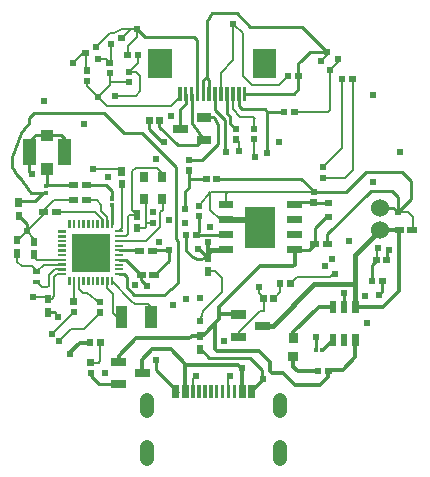
<source format=gbl>
G04 Layer: BottomLayer*
G04 EasyEDA v6.4.31, 2022-02-15 11:42:09*
G04 cf861d6554b0406c859822548a314204,c17a8ced473b4d519dda31697e0e54b6,10*
G04 Gerber Generator version 0.2*
G04 Scale: 100 percent, Rotated: No, Reflected: No *
G04 Dimensions in inches *
G04 leading zeros omitted , absolute positions ,3 integer and 6 decimal *
%FSLAX36Y36*%
%MOIN*%

%ADD10C,0.0083*%
%ADD12C,0.0084*%
%ADD13C,0.0083*%
%ADD15C,0.0103*%
%ADD16C,0.0104*%
%ADD17C,0.0084*%
%ADD19C,0.0083*%
%ADD20C,0.0104*%
%ADD23C,0.0240*%
%ADD24C,0.0240*%
%ADD27R,0.0213X0.0223*%
%ADD31R,0.0213X0.0311*%
%ADD41C,0.0472*%
%ADD42C,0.0084*%
%ADD43C,0.0124*%
%ADD44C,0.0124*%
%ADD45C,0.0144*%
%ADD46C,0.0144*%
%ADD47C,0.0144*%
%ADD48C,0.0164*%
%ADD49C,0.0203*%
%ADD50C,0.0104*%
%ADD51C,0.0103*%
%ADD52C,0.0080*%
%ADD55C,0.0600*%
%ADD56R,0.0315X0.0355*%
%ADD60R,0.0128X0.0145*%
%ADD65R,0.0262X0.0088*%
%ADD67R,0.1309X0.1309*%

%LPD*%
D42*
X14799Y-263499D02*
G01*
X36599Y-263499D01*
X41099Y-271500D01*
X47799Y-278200D01*
D43*
X571799Y-300900D02*
G01*
X571799Y-385000D01*
X578199Y-391399D01*
X718699Y-391399D01*
X755899Y-428600D01*
X755899Y-458600D01*
X762299Y-465000D01*
X797299Y-465000D01*
X837299Y-505000D01*
X922299Y-505000D01*
X949299Y-478000D01*
X949299Y-460000D01*
D44*
X949339Y-460000D02*
G01*
X954339Y-455000D01*
X997299Y-455000D01*
X1039699Y-412600D01*
X1039699Y-355120D01*
D13*
X733499Y-217699D02*
G01*
X733499Y-259499D01*
X720099Y-259499D01*
X650999Y-328600D01*
X650999Y-345599D01*
D45*
X89499Y-403800D02*
G01*
X89499Y-396700D01*
X121699Y-364499D01*
X155259Y-364499D01*
D42*
X250029Y-503000D02*
G01*
X184099Y-503000D01*
X157099Y-475999D01*
X157099Y-465439D01*
D45*
X250029Y-428200D02*
G01*
X250029Y-409169D01*
X309199Y-350000D01*
X484199Y-350000D01*
X493099Y-344400D01*
X496340Y-343539D01*
X522299Y-343539D01*
D46*
X472299Y-440000D02*
G01*
X472299Y-436599D01*
X423499Y-387100D01*
X362799Y-387100D01*
X328799Y-421100D01*
X328799Y-465599D01*
D45*
X522299Y-343539D02*
G01*
X529659Y-343539D01*
X541499Y-331700D01*
D47*
X836799Y-55000D02*
G01*
X836799Y-105999D01*
X832299Y-110000D01*
X722299Y-110000D01*
X585000Y-247300D01*
X585099Y-287100D01*
X583199Y-290000D01*
X541499Y-331700D01*
D45*
X651029Y-270799D02*
G01*
X584632Y-270799D01*
D13*
X767539Y-217699D02*
G01*
X788059Y-197179D01*
X788059Y-167800D01*
X717299Y-180000D02*
G01*
X717299Y-198200D01*
X736799Y-217699D01*
X733459Y-217699D01*
D48*
X1039699Y-169099D02*
G01*
X903199Y-169099D01*
X764099Y-308200D01*
X729799Y-308200D01*
D46*
X473099Y-440000D02*
G01*
X473099Y-521700D01*
X478709Y-528609D01*
X478709Y-528609D01*
X662299Y-450000D02*
G01*
X657299Y-450000D01*
X647299Y-440000D01*
X472299Y-440000D01*
X661999Y-526900D02*
G01*
X662299Y-522170D01*
X662299Y-450000D01*
D13*
X523099Y-292800D02*
G01*
X523099Y-292800D01*
X529799Y-271799D01*
X530000Y-260000D01*
X595000Y-195000D01*
X595000Y-150000D01*
X571499Y-126500D01*
X547299Y-126500D01*
X212399Y-159800D02*
G01*
X212399Y-181700D01*
X231699Y-200999D01*
X231699Y-266199D01*
X245399Y-279899D01*
X259899Y-279400D01*
X228197Y-159800D02*
G01*
X292619Y-224220D01*
X304599Y-234499D01*
X347799Y-234499D01*
X358314Y-245014D01*
X358314Y-279394D01*
X157099Y-431399D02*
G01*
X183899Y-431100D01*
X189699Y-422300D01*
X189299Y-364499D01*
X14799Y-220500D02*
G01*
X26599Y-220500D01*
X35000Y-209699D01*
X35299Y-146999D01*
X46399Y-135900D01*
X62500Y-135900D01*
X311799Y60799D02*
G01*
X295299Y76799D01*
X295299Y205900D01*
X306799Y217399D01*
X371299Y217399D01*
X340999Y33899D02*
G01*
X364399Y33099D01*
X311799Y17800D02*
G01*
X313199Y16100D01*
X337799Y16100D01*
X337799Y16100D01*
X339899Y19299D01*
X340999Y20599D01*
X340999Y115599D01*
X335499Y115599D01*
X371299Y217399D02*
G01*
X378799Y217699D01*
X394199Y202300D01*
X394199Y187300D01*
X252099Y-9899D02*
G01*
X275099Y-9899D01*
X282399Y-2600D01*
X282399Y56500D01*
X286699Y60799D01*
X311799Y60799D01*
X395699Y115300D02*
G01*
X397799Y113200D01*
X397799Y78800D01*
X388899Y69899D01*
X388899Y22100D01*
X340599Y-26199D01*
X274899Y-26199D01*
X254501Y-25601D02*
G01*
X274899Y-26199D01*
D20*
X12299Y213899D02*
G01*
X12299Y155799D01*
X7299Y155799D01*
D49*
X607799Y45000D02*
G01*
X697299Y45000D01*
X722299Y20000D01*
D16*
X544099Y519899D02*
G01*
X545099Y708899D01*
X561199Y733899D01*
X644199Y733899D01*
X688199Y687899D01*
X862099Y687899D01*
X945000Y605000D01*
D13*
X632799Y698099D02*
G01*
X632799Y577101D01*
X592299Y533600D01*
X591830Y518530D01*
X591830Y464000D01*
X180000Y455000D02*
G01*
X210000Y425000D01*
X425000Y425000D01*
X454029Y454029D01*
X454029Y464310D01*
D15*
X670599Y464299D02*
G01*
X834599Y464699D01*
X848799Y482199D01*
X848799Y523800D01*
D13*
X925000Y575000D02*
G01*
X945000Y595000D01*
X945000Y605000D01*
D15*
X848840Y523800D02*
G01*
X848840Y566439D01*
X857399Y575000D01*
X858899Y575000D01*
X887399Y603499D01*
X943499Y603499D01*
X945000Y605000D01*
D16*
X532799Y464299D02*
G01*
X532799Y509200D01*
X544099Y519899D01*
X552699Y508699D01*
X552500Y506700D01*
X552500Y464299D01*
D13*
X704199Y254400D02*
G01*
X702299Y256300D01*
X702299Y313960D01*
X631199Y464310D02*
G01*
X631199Y413000D01*
X655099Y389099D01*
X697500Y389099D01*
X703499Y383099D01*
X702299Y381900D01*
X702299Y348040D01*
X653099Y273800D02*
G01*
X653099Y303000D01*
X644039Y312060D01*
X640899Y312060D01*
D17*
X640899Y346140D02*
G01*
X623240Y363798D01*
X623100Y363798D01*
X623100Y387899D01*
X611498Y400999D01*
X611498Y464000D01*
D13*
X814760Y523798D02*
G01*
X786459Y495500D01*
X694599Y495500D01*
X664599Y525500D01*
X664599Y666300D01*
X632799Y698099D01*
X835739Y404000D02*
G01*
X947799Y404000D01*
X955999Y412199D01*
X955000Y413200D01*
X955000Y545000D01*
D17*
X745799Y405399D02*
G01*
X747199Y404000D01*
X801659Y404000D01*
D16*
X535000Y385799D02*
G01*
X566599Y385799D01*
X581799Y360599D01*
X582199Y297199D01*
X528499Y243499D01*
X484599Y243499D01*
X535000Y310999D02*
G01*
X494199Y367699D01*
X493399Y464299D01*
X473720Y464308D02*
G01*
X473720Y432219D01*
X456229Y414728D01*
X456229Y348400D01*
X386539Y375799D02*
G01*
X386539Y355059D01*
X447699Y293899D01*
X513199Y293899D01*
X530299Y310999D01*
X534969Y310999D01*
D17*
X606799Y270399D02*
G01*
X605799Y271399D01*
X605799Y377199D01*
X572139Y410859D01*
X572139Y464310D01*
X746499Y268899D02*
G01*
X745799Y405399D01*
X737799Y413400D01*
X662799Y413400D01*
X650899Y425500D01*
X650899Y464299D01*
D16*
X513089Y464310D02*
G01*
X511699Y643000D01*
X501999Y652699D01*
X337299Y652699D01*
X310000Y680000D01*
X401799Y303800D02*
G01*
X394699Y303800D01*
X352459Y346039D01*
X352459Y375799D01*
D17*
X576939Y179899D02*
G01*
X859799Y179899D01*
X900000Y139699D01*
X900000Y137040D01*
X542859Y179899D02*
G01*
X484599Y179899D01*
X470000Y80000D02*
G01*
X470000Y138400D01*
X484599Y153000D01*
X484599Y209459D01*
X1144340Y-90000D02*
G01*
X1144340Y-62658D01*
X1151999Y-55000D01*
D13*
X212419Y29780D02*
G01*
X212419Y54879D01*
X192299Y75000D01*
X192299Y95000D01*
X177299Y110000D01*
X143759Y110000D01*
X196669Y29780D02*
G01*
X196669Y45630D01*
X172299Y70000D01*
X43759Y70000D01*
D16*
X71399Y270000D02*
G01*
X71399Y315000D01*
X59099Y326100D01*
X12299Y326100D01*
X12299Y326100D02*
G01*
X-26600Y326100D01*
X-46760Y305940D01*
X-46760Y270000D01*
X-46760Y270000D02*
G01*
X-46760Y203260D01*
X-40000Y196500D01*
D20*
X252099Y-135900D02*
G01*
X268199Y-135900D01*
X277299Y-145000D01*
X277299Y-180000D01*
X302299Y-205000D01*
X402299Y-205000D01*
X449299Y-165000D01*
X449299Y-28099D01*
X442999Y-16199D01*
X442999Y219299D01*
X327299Y335000D01*
X267299Y335000D01*
X202299Y400000D01*
X-32700Y400000D01*
X-47700Y385000D01*
X-47700Y367500D01*
X-63800Y348699D01*
X-75200Y335500D01*
X-105700Y253800D01*
X-105200Y221300D01*
X-87700Y195000D01*
X-76200Y180000D01*
X-51200Y145900D01*
X-52200Y147399D02*
G01*
X-42040Y134200D01*
X7299Y134200D01*
D12*
X1117299Y-205000D02*
G01*
X1129339Y-192959D01*
X1129339Y-160000D01*
X1002299Y-244879D02*
G01*
X1002299Y-200000D01*
X907799Y-390000D02*
G01*
X907299Y-345000D01*
X1180099Y69299D02*
G01*
X1164399Y85000D01*
X1122299Y85000D01*
D47*
X547299Y-83539D02*
G01*
X547299Y-30000D01*
X547299Y-83539D02*
G01*
X517659Y-53899D01*
X516499Y-53899D01*
D20*
X363759Y-60000D02*
G01*
X368759Y-55000D01*
X417299Y-55000D01*
X368759Y-140000D02*
G01*
X417299Y-91460D01*
X417299Y-55000D01*
D12*
X475259Y-5000D02*
G01*
X475259Y-57959D01*
X497299Y-80000D01*
X512299Y-85000D01*
X547299Y-83539D01*
X509339Y-5000D02*
G01*
X517299Y2959D01*
X517299Y57959D01*
D48*
X607799Y-55000D02*
G01*
X557299Y-55000D01*
X547299Y-65000D01*
X547299Y-83539D01*
D44*
X832439Y-348519D02*
G01*
X832439Y-329859D01*
X917419Y-244879D01*
X964899Y-244879D01*
D20*
X143759Y160000D02*
G01*
X207299Y160000D01*
X227299Y140000D01*
X227299Y115799D01*
X228168Y29780D02*
G01*
X228168Y93330D01*
X227299Y94200D01*
X320839Y-60000D02*
G01*
X317969Y-57130D01*
X252079Y-57130D01*
X252079Y-88620D02*
G01*
X274459Y-88620D01*
X325839Y-140000D01*
D48*
X1122299Y10000D02*
G01*
X1039701Y-72597D01*
X1039701Y-244879D01*
D12*
X926809Y-390000D02*
G01*
X961689Y-355120D01*
X964899Y-355120D01*
D44*
X915259Y-460000D02*
G01*
X847299Y-460000D01*
X832159Y-444859D01*
X832159Y-411469D01*
X1039699Y-244899D02*
G01*
X1132299Y-245000D01*
X1185799Y-191500D01*
X1185799Y10000D01*
X1122299Y10000D02*
G01*
X1185839Y10000D01*
D50*
X522299Y-386460D02*
G01*
X523759Y-386460D01*
X552299Y-415000D01*
X687299Y-415000D01*
X727299Y-455000D01*
X727299Y-480000D01*
X732299Y-485000D01*
X447259Y-528609D02*
G01*
X435409Y-528609D01*
X435409Y-528609D01*
X447259Y-528609D02*
G01*
X435409Y-528609D01*
X687359Y-528609D02*
G01*
X699159Y-528609D01*
X699159Y-528609D01*
X687359Y-528609D02*
G01*
X730969Y-485000D01*
X732299Y-485000D01*
D10*
X1228759Y10000D02*
G01*
X1230000Y11239D01*
X1230000Y55000D01*
X1215699Y69299D01*
X1180099Y69299D01*
X822139Y-167800D02*
G01*
X844939Y-145000D01*
X955000Y-145000D01*
X965000Y-135000D01*
X970000Y-135000D01*
D12*
X946498Y-35000D02*
G01*
X946498Y-3501D01*
X1090000Y140000D01*
X1162299Y140000D01*
X1180099Y122199D01*
X1180099Y69299D01*
D51*
X836799Y-55000D02*
G01*
X885000Y-55000D01*
X903539Y-36460D01*
X903539Y-35000D01*
X900000Y137040D02*
G01*
X1007040Y137040D01*
X1075000Y205000D01*
X1195000Y205000D01*
X1225000Y175000D01*
X1225000Y114200D01*
X1180099Y69299D01*
X900000Y102959D02*
G01*
X902959Y100000D01*
X950000Y100000D01*
X903539Y-35000D02*
G01*
X903539Y18539D01*
X940000Y55000D01*
X950000Y55000D01*
D20*
X1110259Y-90000D02*
G01*
X1095258Y-105001D01*
X1095258Y-160000D01*
D19*
X1110259Y-90000D02*
G01*
X1110259Y-54740D01*
X1115000Y-50000D01*
D52*
X607799Y95000D02*
G01*
X607799Y131199D01*
X613399Y136999D01*
X900000Y136999D01*
D20*
X7299Y155799D02*
G01*
X11499Y160000D01*
X100839Y160000D01*
D13*
X285000Y536999D02*
G01*
X307999Y536999D01*
X320000Y525000D01*
X321099Y472899D01*
X309799Y458699D01*
X239199Y458699D01*
X285000Y537040D02*
G01*
X315000Y567040D01*
X315000Y595000D01*
X285000Y502959D02*
G01*
X220000Y502959D01*
X180000Y455000D02*
G01*
X220000Y495000D01*
X220000Y532959D01*
X220000Y567040D02*
G01*
X225000Y572040D01*
X225000Y630000D01*
X220000Y567040D02*
G01*
X207039Y580000D01*
X180000Y580000D01*
X145000Y542040D02*
G01*
X140000Y547040D01*
X140000Y605000D01*
X180000Y455000D02*
G01*
X145000Y490000D01*
X145000Y507959D01*
X260099Y163499D02*
G01*
X260099Y16300D01*
X252079Y5869D01*
X252099Y6799D01*
X260000Y206460D02*
G01*
X251459Y215000D01*
X165000Y215000D01*
D50*
X447260Y-528611D02*
G01*
X373999Y-455349D01*
X373999Y-422600D01*
D13*
X100000Y-261999D02*
G01*
X27299Y-335000D01*
X100000Y-227959D02*
G01*
X102179Y-225779D01*
X102179Y-159780D01*
X188099Y-231300D02*
G01*
X146499Y-199200D01*
X130999Y-199499D01*
X118099Y-186599D01*
X118099Y-161700D01*
D12*
X607797Y-5000D02*
G01*
X537299Y-5000D01*
X509339Y-5000D01*
D13*
X14799Y-220540D02*
G01*
X8258Y-213998D01*
X-34199Y-213998D01*
X-22700Y-162699D02*
G01*
X-5400Y-180000D01*
X12299Y-180000D01*
X17299Y-175000D01*
X17299Y-140000D01*
X37399Y-120100D01*
X62500Y-120100D01*
X-22700Y-127280D02*
G01*
X209Y-104369D01*
X62519Y-104369D01*
X62519Y-88620D02*
G01*
X-22620Y-88620D01*
X-36240Y-75000D01*
X-22700Y-127280D02*
G01*
X-39980Y-110000D01*
X-72700Y-110000D01*
X-87700Y-95000D01*
X-87700Y-66460D01*
X-32700Y-28539D02*
G01*
X-32700Y-17800D01*
X-56500Y5999D01*
X-87700Y-23539D02*
G01*
X-86040Y-23539D01*
X-56500Y5999D01*
X52299Y-360000D02*
G01*
X92299Y-320000D01*
X135000Y-320000D01*
X187899Y-267100D01*
X187899Y-263440D01*
X447259Y-528609D02*
G01*
X435409Y-528609D01*
X260000Y650000D02*
G01*
X290000Y680000D01*
X310000Y680000D01*
X616509Y-528609D02*
G01*
X616509Y-480790D01*
X622299Y-475000D01*
X930099Y220599D02*
G01*
X995000Y285500D01*
X995000Y515000D01*
X995000Y510000D01*
X930000Y185000D02*
G01*
X1005000Y185000D01*
X1030000Y210000D01*
X1030000Y515000D01*
X955000Y545000D02*
G01*
X982299Y572300D01*
X982299Y580000D01*
X498359Y-528609D02*
G01*
X498359Y-485500D01*
X508089Y-475770D01*
X175000Y620000D02*
G01*
X221299Y666300D01*
X235699Y666300D01*
X261599Y680000D01*
X310000Y680000D01*
X280000Y595000D02*
G01*
X280000Y625000D01*
X310000Y655000D01*
X310000Y680000D01*
D51*
X836799Y95000D02*
G01*
X844759Y102959D01*
X900000Y102959D01*
D13*
X100799Y110000D02*
G01*
X34499Y110000D01*
X799Y76300D01*
X799Y70000D01*
X466859Y-528609D02*
G01*
X478709Y-528609D01*
D20*
X-83398Y58640D02*
G01*
X-56500Y31741D01*
X-56500Y5999D01*
X-83400Y101599D02*
G01*
X-79200Y105799D01*
X-29200Y105799D01*
X-800Y134200D01*
X7299Y134200D01*
D13*
X99699Y566799D02*
G01*
X132899Y600000D01*
X140000Y600000D01*
X-56500Y5999D02*
G01*
X839Y63339D01*
X839Y70000D01*
D15*
X345699Y-176799D02*
G01*
X325839Y-156939D01*
X325839Y-140000D01*
D52*
X607799Y45000D02*
G01*
X590199Y45000D01*
X556399Y78800D01*
X556399Y136100D01*
X544199Y124899D01*
X517299Y91999D01*
X556799Y135999D02*
G01*
X613799Y135999D01*
G36*
X240201Y-243966D02*
G01*
X240201Y-314832D01*
X279571Y-314832D01*
X279571Y-243966D01*
G37*
G36*
X338627Y-243966D02*
G01*
X338627Y-314832D01*
X377997Y-314832D01*
X377997Y-243966D01*
G37*
G36*
X274635Y-489220D02*
G01*
X225423Y-489220D01*
X225423Y-516779D01*
X274635Y-516779D01*
G37*
G36*
X274635Y-414421D02*
G01*
X225423Y-414421D01*
X225423Y-441979D01*
X274635Y-441979D01*
G37*
G36*
X353375Y-451820D02*
G01*
X304163Y-451820D01*
X304163Y-479380D01*
X353375Y-479380D01*
G37*
D55*
G01*
X1122299Y85000D03*
G01*
X1122299Y10000D03*
G36*
X128865Y589369D02*
G01*
X128865Y610630D01*
X151134Y610630D01*
X151134Y589369D01*
G37*
G36*
X163865Y609369D02*
G01*
X163865Y630630D01*
X186134Y630630D01*
X186134Y609369D01*
G37*
G36*
X248865Y639369D02*
G01*
X248865Y660630D01*
X271134Y660630D01*
X271134Y639369D01*
G37*
G36*
X213865Y619369D02*
G01*
X213865Y640630D01*
X236134Y640630D01*
X236134Y619369D01*
G37*
G36*
X303865Y584369D02*
G01*
X303865Y605630D01*
X326134Y605630D01*
X326134Y584369D01*
G37*
G36*
X268865Y584369D02*
G01*
X268865Y605630D01*
X291134Y605630D01*
X291134Y584369D01*
G37*
G36*
X1018865Y504369D02*
G01*
X1018865Y525630D01*
X1041134Y525630D01*
X1041134Y504369D01*
G37*
G36*
X983865Y504369D02*
G01*
X983865Y525630D01*
X1006134Y525630D01*
X1006134Y504369D01*
G37*
G36*
X943865Y534369D02*
G01*
X943865Y555630D01*
X966134Y555630D01*
X966134Y534369D01*
G37*
G36*
X913865Y564369D02*
G01*
X913865Y585630D01*
X936134Y585630D01*
X936134Y564369D01*
G37*
G36*
X938865Y89369D02*
G01*
X938865Y110630D01*
X961134Y110630D01*
X961134Y89369D01*
G37*
G36*
X938865Y44369D02*
G01*
X938865Y65630D01*
X961134Y65630D01*
X961134Y44369D01*
G37*
D56*
G01*
X336289Y187150D03*
G01*
X394189Y187249D03*
G01*
X395689Y115349D03*
G01*
X335509Y115599D03*
G36*
X1121393Y-100630D02*
G01*
X1121393Y-79369D01*
X1099124Y-79369D01*
X1099124Y-100630D01*
G37*
G36*
X1133206Y-100630D02*
G01*
X1133206Y-79369D01*
X1155474Y-79369D01*
X1155474Y-100630D01*
G37*
D27*
G01*
X900000Y137040D03*
G36*
X889369Y114094D02*
G01*
X910629Y114094D01*
X910629Y91824D01*
X889369Y91824D01*
G37*
D31*
G01*
X311799Y17840D03*
G36*
X322429Y45205D02*
G01*
X301169Y45205D01*
X301169Y76311D01*
X322429Y76311D01*
G37*
G36*
X510363Y372020D02*
G01*
X559575Y372020D01*
X559575Y399580D01*
X510363Y399580D01*
G37*
G36*
X510363Y297220D02*
G01*
X559575Y297220D01*
X559575Y324780D01*
X510363Y324780D01*
G37*
G36*
X431623Y334621D02*
G01*
X480835Y334621D01*
X480835Y362179D01*
X431623Y362179D01*
G37*
D27*
G01*
X484599Y243539D03*
G36*
X473969Y220594D02*
G01*
X495229Y220594D01*
X495229Y198324D01*
X473969Y198324D01*
G37*
G36*
X553993Y169270D02*
G01*
X553993Y190529D01*
X531724Y190529D01*
X531724Y169270D01*
G37*
G36*
X565805Y169270D02*
G01*
X565805Y190529D01*
X588074Y190529D01*
X588074Y169270D01*
G37*
G01*
X100000Y-262040D03*
G36*
X110629Y-239094D02*
G01*
X89369Y-239094D01*
X89369Y-216824D01*
X110629Y-216824D01*
G37*
G01*
X187899Y-229360D03*
G36*
X177269Y-252305D02*
G01*
X198529Y-252305D01*
X198529Y-274574D01*
X177269Y-274574D01*
G37*
G36*
X824605Y414630D02*
G01*
X824605Y393369D01*
X846875Y393369D01*
X846875Y414630D01*
G37*
G36*
X812793Y414630D02*
G01*
X812793Y393369D01*
X790524Y393369D01*
X790524Y414630D01*
G37*
G36*
X913756Y-396377D02*
G01*
X913756Y-383622D01*
X901822Y-383622D01*
X901822Y-396377D01*
G37*
G36*
X920842Y-396377D02*
G01*
X920842Y-383622D01*
X932776Y-383622D01*
X932776Y-396377D01*
G37*
G36*
X448127Y439704D02*
G01*
X459939Y439704D01*
X459939Y488915D01*
X448127Y488915D01*
G37*
G36*
X467812Y439704D02*
G01*
X479624Y439704D01*
X479624Y488915D01*
X467812Y488915D01*
G37*
G36*
X487497Y439704D02*
G01*
X499309Y439704D01*
X499309Y488915D01*
X487497Y488915D01*
G37*
G36*
X507182Y439704D02*
G01*
X518994Y439704D01*
X518994Y488915D01*
X507182Y488915D01*
G37*
G36*
X526867Y439704D02*
G01*
X538679Y439704D01*
X538679Y488915D01*
X526867Y488915D01*
G37*
G36*
X546552Y439704D02*
G01*
X558364Y439704D01*
X558364Y488915D01*
X546552Y488915D01*
G37*
G36*
X566237Y439704D02*
G01*
X578049Y439704D01*
X578049Y488915D01*
X566237Y488915D01*
G37*
G36*
X585922Y439704D02*
G01*
X597734Y439704D01*
X597734Y488915D01*
X585922Y488915D01*
G37*
G36*
X605607Y439704D02*
G01*
X617419Y439704D01*
X617419Y488915D01*
X605607Y488915D01*
G37*
G36*
X625292Y439704D02*
G01*
X637104Y439704D01*
X637104Y488915D01*
X625292Y488915D01*
G37*
G36*
X644977Y439704D02*
G01*
X656789Y439704D01*
X656789Y488915D01*
X644977Y488915D01*
G37*
G36*
X664662Y439704D02*
G01*
X676474Y439704D01*
X676474Y488915D01*
X664662Y488915D01*
G37*
G36*
X348127Y516476D02*
G01*
X426867Y516476D01*
X426867Y614902D01*
X348127Y614902D01*
G37*
G36*
X697734Y516476D02*
G01*
X776474Y516476D01*
X776474Y614902D01*
X697734Y614902D01*
G37*
D31*
G01*
X547299Y-83539D03*
G36*
X536669Y-110905D02*
G01*
X557929Y-110905D01*
X557929Y-142011D01*
X536669Y-142011D01*
G37*
G01*
X522299Y-343539D03*
G36*
X511669Y-370905D02*
G01*
X532929Y-370905D01*
X532929Y-402011D01*
X511669Y-402011D01*
G37*
G36*
X116393Y99369D02*
G01*
X116393Y120630D01*
X85287Y120630D01*
X85287Y99369D01*
G37*
G36*
X128206Y99369D02*
G01*
X128206Y120630D01*
X159311Y120630D01*
X159311Y99369D01*
G37*
G36*
X16393Y59369D02*
G01*
X16393Y80630D01*
X-14712Y80630D01*
X-14712Y59369D01*
G37*
G36*
X28206Y59369D02*
G01*
X28206Y80630D01*
X59311Y80630D01*
X59311Y59369D01*
G37*
G01*
X-32700Y-28539D03*
G36*
X-43330Y-55905D02*
G01*
X-22070Y-55905D01*
X-22070Y-87011D01*
X-43330Y-87011D01*
G37*
G01*
X260000Y163539D03*
G36*
X270629Y190905D02*
G01*
X249369Y190905D01*
X249369Y222011D01*
X270629Y222011D01*
G37*
G01*
X14799Y-220540D03*
G36*
X4169Y-247905D02*
G01*
X25429Y-247905D01*
X25429Y-279011D01*
X4169Y-279011D01*
G37*
G36*
X930905Y-24369D02*
G01*
X930905Y-45630D01*
X962011Y-45630D01*
X962011Y-24369D01*
G37*
G36*
X919093Y-24369D02*
G01*
X919093Y-45630D01*
X887987Y-45630D01*
X887987Y-24369D01*
G37*
G36*
X1201393Y-630D02*
G01*
X1201393Y20630D01*
X1170287Y20630D01*
X1170287Y-630D01*
G37*
G36*
X1213206Y-630D02*
G01*
X1213206Y20630D01*
X1244312Y20630D01*
X1244312Y-630D01*
G37*
G36*
X336393Y-70630D02*
G01*
X336393Y-49369D01*
X305287Y-49369D01*
X305287Y-70630D01*
G37*
G36*
X348206Y-70630D02*
G01*
X348206Y-49369D01*
X379311Y-49369D01*
X379311Y-70630D01*
G37*
G36*
X341393Y-150630D02*
G01*
X341393Y-129369D01*
X310287Y-129369D01*
X310287Y-150630D01*
G37*
G36*
X353206Y-150630D02*
G01*
X353206Y-129369D01*
X384311Y-129369D01*
X384311Y-150630D01*
G37*
G36*
X744593Y-228330D02*
G01*
X744593Y-207069D01*
X722324Y-207069D01*
X722324Y-228330D01*
G37*
G36*
X756405Y-228330D02*
G01*
X756405Y-207069D01*
X778674Y-207069D01*
X778674Y-228330D01*
G37*
D60*
G01*
X227299Y94200D03*
G36*
X233677Y108542D02*
G01*
X220921Y108542D01*
X220921Y123049D01*
X233677Y123049D01*
G37*
G36*
X938206Y-449369D02*
G01*
X938206Y-470630D01*
X960474Y-470630D01*
X960474Y-449369D01*
G37*
G36*
X926393Y-449369D02*
G01*
X926393Y-470630D01*
X904124Y-470630D01*
X904124Y-449369D01*
G37*
G36*
X-11873Y-154841D02*
G01*
X-33527Y-154841D01*
X-33527Y-170590D01*
X-11873Y-170590D01*
G37*
G36*
X-11873Y-119409D02*
G01*
X-33527Y-119409D01*
X-33527Y-135156D01*
X-11873Y-135156D01*
G37*
G36*
X848184Y-332773D02*
G01*
X816688Y-332773D01*
X816688Y-364268D01*
X848184Y-364268D01*
G37*
G36*
X847908Y-395725D02*
G01*
X816412Y-395725D01*
X816412Y-427222D01*
X847908Y-427222D01*
G37*
G36*
X675635Y-331819D02*
G01*
X626423Y-331819D01*
X626423Y-359380D01*
X675635Y-359380D01*
G37*
G36*
X675635Y-257020D02*
G01*
X626423Y-257020D01*
X626423Y-284580D01*
X675635Y-284580D01*
G37*
G36*
X754375Y-294421D02*
G01*
X705163Y-294421D01*
X705163Y-321979D01*
X754375Y-321979D01*
G37*
G36*
X811005Y-157170D02*
G01*
X811005Y-178429D01*
X833274Y-178429D01*
X833274Y-157170D01*
G37*
G36*
X799193Y-157170D02*
G01*
X799193Y-178429D01*
X776924Y-178429D01*
X776924Y-157170D01*
G37*
G36*
X486393Y-15630D02*
G01*
X486393Y5630D01*
X464124Y5630D01*
X464124Y-15630D01*
G37*
G36*
X498206Y-15630D02*
G01*
X498206Y5630D01*
X520474Y5630D01*
X520474Y-15630D01*
G37*
D27*
G01*
X517299Y92040D03*
G36*
X506669Y69094D02*
G01*
X527929Y69094D01*
X527929Y46824D01*
X506669Y46824D01*
G37*
G36*
X1118206Y-149369D02*
G01*
X1118206Y-170630D01*
X1140474Y-170630D01*
X1140474Y-149369D01*
G37*
G36*
X1106393Y-149369D02*
G01*
X1106393Y-170630D01*
X1084124Y-170630D01*
X1084124Y-149369D01*
G37*
G36*
X93008Y226696D02*
G01*
X93008Y313310D01*
X49701Y313310D01*
X49701Y226696D01*
G37*
G36*
X32968Y345785D02*
G01*
X-8370Y345785D01*
X-8370Y306415D01*
X32968Y306415D01*
G37*
G36*
X-25102Y226696D02*
G01*
X-25102Y313310D01*
X-68409Y313310D01*
X-68409Y226696D01*
G37*
G36*
X32968Y233584D02*
G01*
X-8370Y233584D01*
X-8370Y194214D01*
X32968Y194214D01*
G37*
D65*
G01*
X252079Y5869D03*
G01*
X252079Y-9879D03*
G01*
X252079Y-25630D03*
G01*
X252079Y-41379D03*
G01*
X252079Y-57130D03*
G01*
X252079Y-72869D03*
G01*
X252079Y-88620D03*
G01*
X252079Y-104369D03*
G01*
X252079Y-120120D03*
G01*
X252079Y-135869D03*
G36*
X232575Y-172874D02*
G01*
X223756Y-172874D01*
X223756Y-146693D01*
X232575Y-146693D01*
G37*
G36*
X216827Y-172874D02*
G01*
X208008Y-172874D01*
X208008Y-146693D01*
X216827Y-146693D01*
G37*
G36*
X201079Y-172874D02*
G01*
X192260Y-172874D01*
X192260Y-146693D01*
X201079Y-146693D01*
G37*
G36*
X185330Y-172874D02*
G01*
X176512Y-172874D01*
X176512Y-146693D01*
X185330Y-146693D01*
G37*
G36*
X169582Y-172874D02*
G01*
X160764Y-172874D01*
X160764Y-146693D01*
X169582Y-146693D01*
G37*
G36*
X153834Y-172874D02*
G01*
X145016Y-172874D01*
X145016Y-146693D01*
X153834Y-146693D01*
G37*
G36*
X138086Y-172874D02*
G01*
X129268Y-172874D01*
X129268Y-146693D01*
X138086Y-146693D01*
G37*
G36*
X122338Y-172874D02*
G01*
X113519Y-172874D01*
X113519Y-146693D01*
X122338Y-146693D01*
G37*
G36*
X106590Y-172874D02*
G01*
X97771Y-172874D01*
X97771Y-146693D01*
X106590Y-146693D01*
G37*
G36*
X90842Y-172874D02*
G01*
X82023Y-172874D01*
X82023Y-146693D01*
X90842Y-146693D01*
G37*
G36*
X49425Y-131457D02*
G01*
X75606Y-131457D01*
X75606Y-140275D01*
X49425Y-140275D01*
G37*
G36*
X49425Y-115709D02*
G01*
X75606Y-115709D01*
X75606Y-124528D01*
X49425Y-124528D01*
G37*
G36*
X49425Y-99960D02*
G01*
X75606Y-99960D01*
X75606Y-108780D01*
X49425Y-108780D01*
G37*
G36*
X49425Y-84212D02*
G01*
X75606Y-84212D01*
X75606Y-93031D01*
X49425Y-93031D01*
G37*
G36*
X49425Y-68465D02*
G01*
X75606Y-68465D01*
X75606Y-77283D01*
X49425Y-77283D01*
G37*
G36*
X49425Y-52716D02*
G01*
X75606Y-52716D01*
X75606Y-61534D01*
X49425Y-61534D01*
G37*
G36*
X49425Y-36968D02*
G01*
X75606Y-36968D01*
X75606Y-45787D01*
X49425Y-45787D01*
G37*
G36*
X49425Y-21219D02*
G01*
X75606Y-21219D01*
X75606Y-30039D01*
X49425Y-30039D01*
G37*
G36*
X49425Y-5471D02*
G01*
X75606Y-5471D01*
X75606Y-14290D01*
X49425Y-14290D01*
G37*
G36*
X49425Y10275D02*
G01*
X75606Y10275D01*
X75606Y1457D01*
X49425Y1457D01*
G37*
G36*
X90842Y16693D02*
G01*
X82023Y16693D01*
X82023Y42874D01*
X90842Y42874D01*
G37*
G36*
X106590Y16693D02*
G01*
X97771Y16693D01*
X97771Y42874D01*
X106590Y42874D01*
G37*
G36*
X122338Y16693D02*
G01*
X113519Y16693D01*
X113519Y42874D01*
X122338Y42874D01*
G37*
G36*
X138086Y16693D02*
G01*
X129268Y16693D01*
X129268Y42874D01*
X138086Y42874D01*
G37*
G36*
X153834Y16693D02*
G01*
X145016Y16693D01*
X145016Y42874D01*
X153834Y42874D01*
G37*
G36*
X169582Y16693D02*
G01*
X160764Y16693D01*
X160764Y42874D01*
X169582Y42874D01*
G37*
G36*
X185330Y16693D02*
G01*
X176512Y16693D01*
X176512Y42874D01*
X185330Y42874D01*
G37*
G36*
X201079Y16693D02*
G01*
X192260Y16693D01*
X192260Y42874D01*
X201079Y42874D01*
G37*
G36*
X216827Y16693D02*
G01*
X208008Y16693D01*
X208008Y42874D01*
X216827Y42874D01*
G37*
G36*
X232575Y16693D02*
G01*
X223756Y16693D01*
X223756Y42874D01*
X232575Y42874D01*
G37*
D67*
G01*
X157299Y-65000D03*
G36*
X1050529Y-264565D02*
G01*
X1050529Y-225196D01*
X1028875Y-225196D01*
X1028875Y-264565D01*
G37*
G36*
X1013129Y-264565D02*
G01*
X1013129Y-225196D01*
X991475Y-225196D01*
X991475Y-264565D01*
G37*
G36*
X975729Y-264565D02*
G01*
X975729Y-225196D01*
X954075Y-225196D01*
X954075Y-264565D01*
G37*
G36*
X975729Y-374805D02*
G01*
X975729Y-335435D01*
X954075Y-335435D01*
X954075Y-374805D01*
G37*
G36*
X1013129Y-374805D02*
G01*
X1013129Y-335435D01*
X991475Y-335435D01*
X991475Y-374805D01*
G37*
G36*
X1050529Y-374805D02*
G01*
X1050529Y-335435D01*
X1028875Y-335435D01*
X1028875Y-374805D01*
G37*
G36*
X116393Y149369D02*
G01*
X116393Y170630D01*
X85287Y170630D01*
X85287Y149369D01*
G37*
G36*
X128206Y149369D02*
G01*
X128206Y170630D01*
X159311Y170630D01*
X159311Y149369D01*
G37*
D31*
G01*
X-87700Y-23539D03*
G36*
X-98330Y-50905D02*
G01*
X-77070Y-50905D01*
X-77070Y-82011D01*
X-98330Y-82011D01*
G37*
D60*
G01*
X7299Y155799D03*
G36*
X921Y141457D02*
G01*
X13677Y141457D01*
X13677Y126950D01*
X921Y126950D01*
G37*
G36*
X631421Y-66810D02*
G01*
X631421Y-43189D01*
X584177Y-43189D01*
X584177Y-66810D01*
G37*
G36*
X631421Y-16810D02*
G01*
X631421Y6810D01*
X584177Y6810D01*
X584177Y-16810D01*
G37*
G36*
X631421Y33189D02*
G01*
X631421Y56810D01*
X584177Y56810D01*
X584177Y33189D01*
G37*
G36*
X631421Y83189D02*
G01*
X631421Y106810D01*
X584177Y106810D01*
X584177Y83189D01*
G37*
G36*
X860421Y83189D02*
G01*
X860421Y106810D01*
X813177Y106810D01*
X813177Y83189D01*
G37*
G36*
X860421Y33189D02*
G01*
X860421Y56810D01*
X813177Y56810D01*
X813177Y33189D01*
G37*
G36*
X860421Y-16810D02*
G01*
X860421Y6810D01*
X813177Y6810D01*
X813177Y-16810D01*
G37*
G36*
X860421Y-66810D02*
G01*
X860421Y-43189D01*
X813177Y-43189D01*
X813177Y-66810D01*
G37*
G36*
X673089Y88899D02*
G01*
X673089Y-48899D01*
X771509Y-48899D01*
X771509Y88899D01*
G37*
G36*
X825893Y513170D02*
G01*
X825893Y534430D01*
X803624Y534430D01*
X803624Y513170D01*
G37*
G36*
X837705Y513170D02*
G01*
X837705Y534430D01*
X859974Y534430D01*
X859974Y513170D01*
G37*
G36*
X673563Y-506959D02*
G01*
X661763Y-506959D01*
X661763Y-550259D01*
X673563Y-550259D01*
G37*
G36*
X661763Y-506959D02*
G01*
X649964Y-506959D01*
X649964Y-550259D01*
X661763Y-550259D01*
G37*
G36*
X642063Y-506959D02*
G01*
X630263Y-506959D01*
X630263Y-550259D01*
X642063Y-550259D01*
G37*
G36*
X622464Y-506959D02*
G01*
X610563Y-506959D01*
X610563Y-550259D01*
X622464Y-550259D01*
G37*
G36*
X602763Y-506959D02*
G01*
X590963Y-506959D01*
X590963Y-550259D01*
X602763Y-550259D01*
G37*
G36*
X583063Y-506959D02*
G01*
X571263Y-506959D01*
X571263Y-550259D01*
X583063Y-550259D01*
G37*
G36*
X563363Y-506959D02*
G01*
X551563Y-506959D01*
X551563Y-550259D01*
X563363Y-550259D01*
G37*
G36*
X543663Y-506959D02*
G01*
X531863Y-506959D01*
X531863Y-550259D01*
X543663Y-550259D01*
G37*
G36*
X523963Y-506959D02*
G01*
X512163Y-506959D01*
X512163Y-550259D01*
X523963Y-550259D01*
G37*
G36*
X504263Y-506959D02*
G01*
X492463Y-506959D01*
X492463Y-550259D01*
X504263Y-550259D01*
G37*
G36*
X484663Y-506959D02*
G01*
X472763Y-506959D01*
X472763Y-550259D01*
X484663Y-550259D01*
G37*
G36*
X472763Y-506959D02*
G01*
X460963Y-506959D01*
X460963Y-550259D01*
X472763Y-550259D01*
G37*
G36*
X693263Y-506959D02*
G01*
X681463Y-506959D01*
X681463Y-550259D01*
X693263Y-550259D01*
G37*
G36*
X705063Y-506959D02*
G01*
X693263Y-506959D01*
X693263Y-550259D01*
X705063Y-550259D01*
G37*
G36*
X453163Y-506959D02*
G01*
X441363Y-506959D01*
X441363Y-550259D01*
X453163Y-550259D01*
G37*
G36*
X441363Y-506959D02*
G01*
X429463Y-506959D01*
X429463Y-550259D01*
X441363Y-550259D01*
G37*
D27*
G01*
X145000Y507959D03*
G36*
X155629Y530906D02*
G01*
X134369Y530906D01*
X134369Y553175D01*
X155629Y553175D01*
G37*
G01*
X285000Y502959D03*
G36*
X295629Y525906D02*
G01*
X274369Y525906D01*
X274369Y548175D01*
X295629Y548175D01*
G37*
G01*
X220000Y532959D03*
G36*
X230629Y555906D02*
G01*
X209369Y555906D01*
X209369Y578175D01*
X230629Y578175D01*
G37*
D31*
G01*
X-83400Y58640D03*
G36*
X-72770Y86006D02*
G01*
X-94030Y86006D01*
X-94030Y117112D01*
X-72770Y117112D01*
G37*
D27*
G01*
X702299Y348040D03*
G36*
X691669Y325093D02*
G01*
X712929Y325093D01*
X712929Y302824D01*
X691669Y302824D01*
G37*
G01*
X640899Y346140D03*
G36*
X630269Y323193D02*
G01*
X651529Y323193D01*
X651529Y300925D01*
X630269Y300925D01*
G37*
G36*
X375405Y386430D02*
G01*
X375405Y365169D01*
X397674Y365169D01*
X397674Y386430D01*
G37*
G36*
X363593Y386430D02*
G01*
X363593Y365169D01*
X341324Y365169D01*
X341324Y386430D01*
G37*
G36*
X166393Y-375129D02*
G01*
X166393Y-353870D01*
X144124Y-353870D01*
X144124Y-375129D01*
G37*
G36*
X178206Y-375129D02*
G01*
X178206Y-353870D01*
X200474Y-353870D01*
X200474Y-375129D01*
G37*
G01*
X157099Y-465439D03*
G36*
X167729Y-442494D02*
G01*
X146469Y-442494D01*
X146469Y-420225D01*
X167729Y-420225D01*
G37*
D23*
G01*
X137619Y-45320D03*
G01*
X137619Y-84690D03*
G01*
X176989Y-84690D03*
G01*
X176989Y-45320D03*
G01*
X930099Y220599D03*
G01*
X930000Y185000D03*
D24*
G01*
X1097299Y460000D03*
G01*
X1017299Y-25000D03*
D23*
G01*
X52299Y-360000D03*
G01*
X27299Y-335000D03*
G01*
X475000Y-220000D03*
G01*
X522299Y-215000D03*
G01*
X417299Y-55000D03*
G01*
X-56500Y5999D03*
G01*
X516499Y-53899D03*
G01*
X547299Y-30000D03*
G01*
X-34200Y-214000D03*
G01*
X373999Y-422600D03*
G01*
X1097299Y170000D03*
G01*
X1180099Y69299D03*
G01*
X662299Y-450000D03*
G01*
X717299Y-180000D03*
G01*
X907299Y-345000D03*
G01*
X1002299Y-200000D03*
G01*
X1117299Y-205000D03*
G01*
X937299Y-110000D03*
G01*
X962299Y-85000D03*
G01*
X732299Y-485000D03*
G01*
X1072299Y-210000D03*
G01*
X430000Y-240000D03*
G01*
X602299Y-360000D03*
G01*
X1077299Y-300000D03*
G01*
X384299Y-29400D03*
G01*
X1799Y439800D03*
G01*
X982299Y580000D03*
G01*
X1187299Y270000D03*
G01*
X345699Y-176799D03*
G01*
X508089Y-475770D03*
G01*
X622299Y-475000D03*
G01*
X180000Y455000D03*
G01*
X205000Y-465000D03*
G01*
X970000Y-135000D03*
G01*
X945000Y605000D03*
G01*
X470000Y80000D03*
G01*
X310000Y680000D03*
G01*
X99699Y566799D03*
G01*
X180000Y580000D03*
G01*
X239199Y458699D03*
G01*
X364399Y69200D03*
G01*
X418199Y44299D03*
G01*
X470000Y35000D03*
G01*
X165000Y215000D03*
G01*
X1115000Y-50000D03*
G01*
X554099Y21999D03*
G01*
X47799Y-278200D03*
G01*
X136299Y365100D03*
G01*
X303799Y-172800D03*
G01*
X-40000Y196500D03*
G01*
X1151999Y-55000D03*
G01*
X401799Y303800D03*
G01*
X606799Y270399D03*
G01*
X746499Y268899D03*
G01*
X704199Y254400D03*
G01*
X374399Y247199D03*
G01*
X632799Y698099D03*
G01*
X653099Y273800D03*
G01*
X215199Y185900D03*
G01*
X423499Y389800D03*
G01*
X785399Y305300D03*
G01*
X364399Y33099D03*
G01*
X523099Y-292800D03*
G01*
X89499Y-403800D03*
D41*
X788549Y-554225D02*
G01*
X788549Y-593595D01*
X788549Y-711705D02*
G01*
X788549Y-751075D01*
X346039Y-554225D02*
G01*
X346039Y-593595D01*
X346039Y-711705D02*
G01*
X346039Y-751075D01*
M02*

</source>
